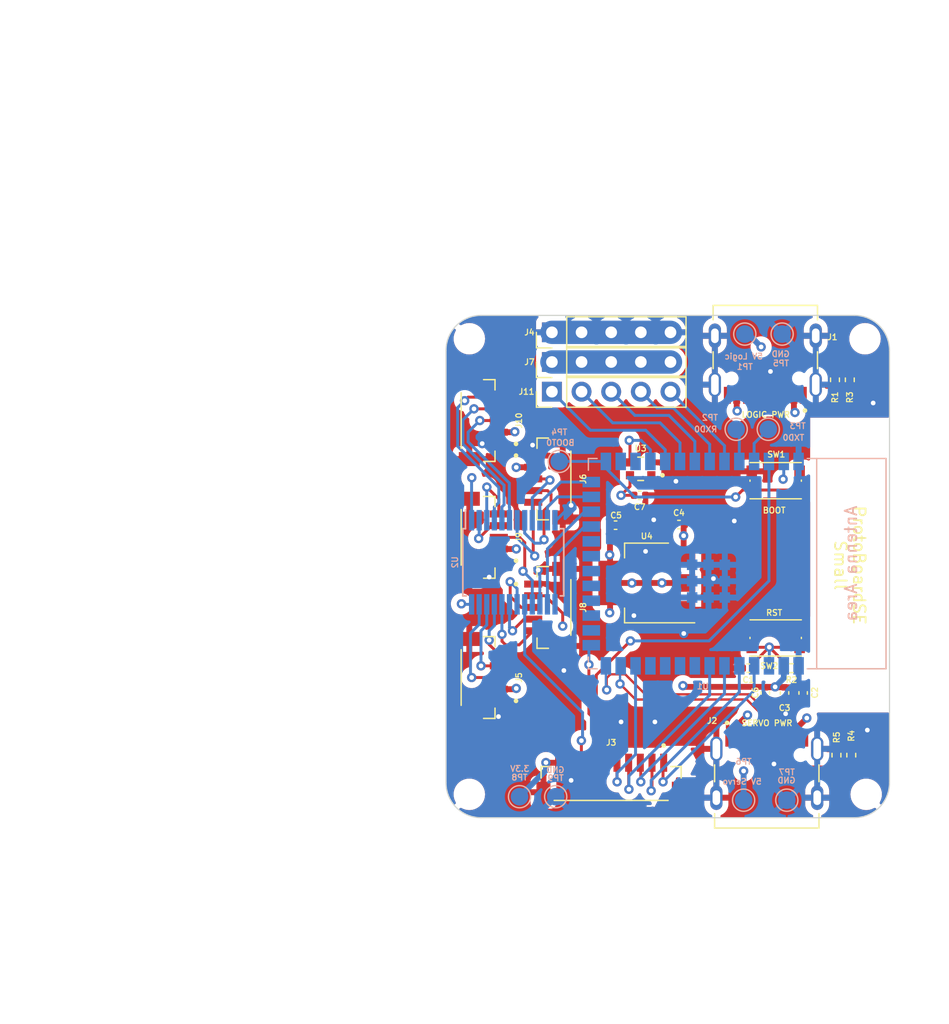
<source format=kicad_pcb>
(kicad_pcb (version 20221018) (generator pcbnew)
  (layers (0 "F.Cu" signal) (1 "In1.Cu" signal) (2 "In2.Cu" signal) (31 "B.Cu" signal) (34 "B.Paste" user) (35 "F.Paste" user) (36 "B.SilkS" user "B.Silkscreen") (37 "F.SilkS" user "F.Silkscreen") (38 "B.Mask" user) (39 "F.Mask" user) (44 "Edge.Cuts" user))
  (net 0 "")
  (net 1 "GND")
  (net 2 "/EN")
  (net 3 "+3V3")
  (net 4 "/VBUS0")
  (net 5 "/USB0_DP")
  (net 6 "/USB0_DN")
  (net 7 "Net-(J1-CC1)")
  (net 9 "Net-(J1-CC2)")
  (net 11 "/VBUS1")
  (net 12 "/USB1_DP")
  (net 13 "/USB1_DN")
  (net 14 "Net-(J2-CC1)")
  (net 16 "Net-(J2-CC2)")
  (net 18 "/ButA")
  (net 19 "/Menu")
  (net 20 "/ButB")
  (net 21 "/ButC")
  (net 22 "/ButJ")
  (net 23 "/JoyY")
  (net 24 "/JoyX")
  (net 25 "/CH1")
  (net 26 "/CH2")
  (net 27 "/CH3")
  (net 28 "/CH4")
  (net 29 "/CH5")
  (net 30 "/CH6")
  (net 31 "/CH7")
  (net 32 "/CH8")
  (net 33 "/CH9")
  (net 34 "/CH10")
  (net 35 "/Servo1")
  (net 36 "/Servo2")
  (net 37 "/Servo3")
  (net 38 "/Servo4")
  (net 39 "/Servo5")
  (net 40 "/RXD0")
  (net 41 "/TXD0")
  (net 42 "/BOOT0")
  (net 43 "/COM1")
  (net 44 "/SEL3")
  (net 45 "/SEL4")
  (net 46 "/SEL2")
  (net 47 "/SEL1")
  (net 52 "/CH16")
  (net 53 "/CH15")
  (net 54 "/CH14")
  (net 55 "/CH13")
  (net 56 "/CH12")
  (net 57 "/CH11")
  (net 68 "/RGB")
  (footprint "MountingHole:MountingHole_2.2mm_M2" (layer "F.Cu") (at 172 84)
    (fp_text reference "H3" hide)
    (fp_text value "MH")
  )
  (footprint "Capacitor_SMD:C_0402_1005Metric" (layer "F.Cu") (at 199.008 75.32 -90)
    (fp_text reference "C3")
    (fp_text value "0.1uF")
  )
  (footprint "Capacitor_SMD:C_0402_1005Metric" (layer "F.Cu") (at 195.9 73.2)
    (fp_text reference "C1")
    (fp_text value "0.1uF")
  )
  (footprint "Package_TO_SOT_SMD:SOT-223-3_TabPin2" (layer "F.Cu") (at 187.21 65.905 180)
    (fp_text reference "U4")
    (fp_text value "NCP1117-3.3_SOT223")
  )
  (footprint "footprint:LED_WS2812-2020" (layer "F.Cu") (at 186.679 56.134)
    (fp_text reference "U3")
    (fp_text value "WS2812-2020")
  )
  (footprint "footprint:HRO_TYPE-C-31-M-12" (layer "F.Cu") (at 197.358 44.7465 180)
    (fp_text reference "J1")
    (fp_text value "TYPE-C-31-M-12")
  )
  (footprint "footprint:JST_BM05B-SRSS-TB_LF__SN_" (layer "F.Cu") (at 172 52 90)
    (fp_text reference "J10")
    (fp_text value "BM05B-SRSS-TB_LF__SN_")
  )
  (footprint "Capacitor_SMD:C_0402_1005Metric" (layer "F.Cu") (at 186.6 58.4)
    (fp_text reference "C7")
    (fp_text value "0.1uF")
  )
  (footprint "Button_Switch_SMD:SW_Push_1P1T_NO_CK_KMR2" (layer "F.Cu") (at 198.247 57.15)
    (fp_text reference "SW1")
    (fp_text value "SW_Push")
  )
  (footprint "Connector_PinHeader_2.54mm:PinHeader_1x05_P2.54mm_Vertical" (layer "F.Cu") (at 179.075 46.99 90)
    (fp_text reference "J7")
    (fp_text value "Conn_01x05_Female")
  )
  (footprint "MountingHole:MountingHole_2.2mm_M2" (layer "F.Cu") (at 206 84)
    (fp_text reference "H2" hide)
    (fp_text value "MH")
  )
  (footprint "footprint:JST_BM05B-SRSS-TB_LF__SN_" (layer "F.Cu") (at 172 74 90)
    (fp_text reference "J5")
    (fp_text value "BM05B-SRSS-TB_LF__SN_")
  )
  (footprint "Connector_PinHeader_2.54mm:PinHeader_1x05_P2.54mm_Vertical" (layer "F.Cu") (at 179.075 49.53 90)
    (fp_text reference "J11")
    (fp_text value "Conn_01x05_Female")
  )
  (footprint "footprint:JST_BM10B-SRSS-TB_LF__SN_" (layer "F.Cu") (at 184.15 83.82 180)
    (fp_text reference "J3")
    (fp_text value "BM10B-SRSS-TB_LF__SN_")
  )
  (footprint "Resistor_SMD:R_0402_1005Metric" (layer "F.Cu") (at 203.327 48.514 90)
    (fp_text reference "R1")
    (fp_text value "5K1")
  )
  (footprint "footprint:JST_BM05B-SRSS-TB_LF__SN_" (layer "F.Cu") (at 172 62 90)
    (fp_text reference "J9")
    (fp_text value "BM05B-SRSS-TB_LF__SN_")
  )
  (footprint "Resistor_SMD:R_0402_1005Metric" (layer "F.Cu") (at 199.6 73.2 180)
    (fp_text reference "R2")
    (fp_text value "10K")
  )
  (footprint "Capacitor_SMD:C_0402_1005Metric" (layer "F.Cu") (at 189.96 60.905 180)
    (fp_text reference "C4")
    (fp_text value "10uF")
  )
  (footprint "Button_Switch_SMD:SW_Push_1P1T_NO_CK_KMR2" (layer "F.Cu") (at 198.247 70.612)
    (fp_text reference "SW2")
    (fp_text value "SW_Push")
  )
  (footprint "footprint:HRO_TYPE-C-31-M-12" (layer "F.Cu") (at 197.485 84.2855)
    (fp_text reference "J2")
    (fp_text value "TYPE-C-31-M-12")
  )
  (footprint "MountingHole:MountingHole_2.2mm_M2" (layer "F.Cu") (at 205.9 45)
    (fp_text reference "H1" hide)
    (fp_text value "MH")
  )
  (footprint "Resistor_SMD:R_0402_1005Metric" (layer "F.Cu") (at 203.454 80.645 90)
    (fp_text reference "R5")
    (fp_text value "5K1")
  )
  (footprint "footprint:JST_BM05B-SRSS-TB_LF__SN_" (layer "F.Cu") (at 180 57 -90)
    (fp_text reference "J6")
    (fp_text value "BM05B-SRSS-TB_LF__SN_")
  )
  (footprint "Resistor_SMD:R_0402_1005Metric" (layer "F.Cu") (at 204.724 80.645 -90)
    (fp_text reference "R4")
    (fp_text value "5K1")
  )
  (footprint "Connector_PinHeader_2.54mm:PinHeader_1x05_P2.54mm_Vertical" (layer "F.Cu") (at 179.075 44.45 90)
    (fp_text reference "J4")
    (fp_text value "Conn_01x05_Female")
  )
  (footprint "MountingHole:MountingHole_2.2mm_M2" (layer "F.Cu") (at 172 45)
    (fp_text reference "H4" hide)
    (fp_text value "MH")
  )
  (footprint "footprint:JST_BM05B-SRSS-TB_LF__SN_" (layer "F.Cu") (at 180 68 -90)
    (fp_text reference "J8")
    (fp_text value "BM05B-SRSS-TB_LF__SN_")
  )
  (footprint "Resistor_SMD:R_0402_1005Metric" (layer "F.Cu") (at 204.597 48.514 -90)
    (fp_text reference "R3")
    (fp_text value "5K1")
  )
  (footprint "Capacitor_SMD:C_0402_1005Metric" (layer "F.Cu") (at 197.357 75.316 -90)
    (fp_text reference "C6")
    (fp_text value "0.1uF")
  )
  (footprint "Capacitor_SMD:C_0402_1005Metric" (layer "F.Cu") (at 200.6 75.32 -90)
    (fp_text reference "C2")
    (fp_text value "22uF")
  )
  (footprint "Capacitor_SMD:C_0402_1005Metric" (layer "F.Cu") (at 184.531 60.96)
    (fp_text reference "C5")
    (fp_text value "10uF")
  )
  (footprint "TestPoint:TestPoint_Pad_D1.5mm" (layer "B.Cu") (at 179.705 55.499 180)
    (fp_text reference "TP4")
    (fp_text value "TestPoint")
  )
  (footprint "TestPoint:TestPoint_Pad_D1.5mm" (layer "B.Cu") (at 195.6 44.6 180)
    (fp_text reference "TP1")
    (fp_text value "TestPoint")
  )
  (footprint "TestPoint:TestPoint_Pad_D1.5mm" (layer "B.Cu") (at 179.4 84.2 180)
    (fp_text reference "TP9")
    (fp_text value "TestPoint")
  )
  (footprint "Package_SO:SSOP-24_5.3x8.2mm_P0.65mm" (layer "B.Cu") (at 175.768 64.135 -90)
    (fp_text reference "U2")
    (fp_text value "CD74HC4067SM")
  )
  (footprint "TestPoint:TestPoint_Pad_D1.5mm" (layer "B.Cu") (at 195.5 84.5 180)
    (fp_text reference "TP6")
    (fp_text value "TestPoint")
  )
  (footprint "TestPoint:TestPoint_Pad_D1.5mm" (layer "B.Cu") (at 197.612 52.75 180)
    (fp_text reference "TP3")
    (fp_text value "TestPoint")
  )
  (footprint "TestPoint:TestPoint_Pad_D1.5mm" (layer "B.Cu") (at 194.862 52.75 180)
    (fp_text reference "TP2")
    (fp_text value "TestPoint")
  )
  (footprint "TestPoint:TestPoint_Pad_D1.5mm" (layer "B.Cu") (at 199.2 84.5 180)
    (fp_text reference "TP7")
    (fp_text value "TestPoint")
  )
  (footprint "Espressif:ESP32-S3-WROOM-1" (layer "B.Cu") (at 191.95 64.25 90)
    (fp_text reference "U1")
    (fp_text value "ESP32-S3-WROOM-1")
  )
  (footprint "TestPoint:TestPoint_Pad_D1.5mm" (layer "B.Cu") (at 198.8 44.6 180)
    (fp_text reference "TP5")
    (fp_text value "TestPoint")
  )
  (footprint "TestPoint:TestPoint_Pad_D1.5mm" (layer "B.Cu") (at 176.3 84.2 180)
    (fp_text reference "TP8")
    (fp_text value "TestPoint")
  )
  (gr_line (start 173 86) (end 205 86) (stroke (width 0.1)) (layer "Edge.Cuts"))
  (gr_line (start 205 43) (end 173 43) (stroke (width 0.1)) (layer "Edge.Cuts"))
  (gr_arc (start 208 83) (mid 207.12132 85.12132) (end 205 86) (stroke (width 0.1)) (layer "Edge.Cuts"))
  (gr_arc (start 173 86) (mid 170.87868 85.12132) (end 170 83) (stroke (width 0.1)) (layer "Edge.Cuts"))
  (gr_arc (start 170 46) (mid 170.87868 43.87868) (end 173 43) (stroke (width 0.1)) (layer "Edge.Cuts"))
  (gr_arc (start 205 43) (mid 207.12132 43.87868) (end 208 46) (stroke (width 0.1)) (layer "Edge.Cuts"))
  (gr_line (start 208 83) (end 208 46) (stroke (width 0.1)) (layer "Edge.Cuts"))
  (gr_line (start 170 46) (end 170 83) (stroke (width 0.1)) (layer "Edge.Cuts"))
  (gr_text "BOOT0" (at 179.8 53.9) (layer "B.SilkS") (effects (font (size 0.5 0.5) (thickness 0.1)) (justify mirror)))
  (gr_text "GND" (at 199.5 46.6) (layer "B.SilkS") (effects (font (size 0.5 0.5) (thickness 0.1) bold) (justify left bottom mirror)))
  (gr_text "5V Servo" (at 197.1 83.2) (layer "B.SilkS") (effects (font (size 0.5 0.5) (thickness 0.1) bold) (justify left bottom mirror)))
  (gr_text "TXD0" (at 199.771 53.467) (layer "B.SilkS") (effects (font (size 0.5 0.5) (thickness 0.1)) (justify mirror)))
  (gr_text "RXD0" (at 192.25 52.75) (layer "B.SilkS") (effects (font (size 0.5 0.5) (thickness 0.1)) (justify mirror)))
  (gr_text "5V Logic" (at 197.2 46.8) (layer "B.SilkS") (effects (font (size 0.5 0.5) (thickness 0.1) bold) (justify left bottom mirror)))
  (gr_text "GND" (at 180.2 82.2) (layer "B.SilkS") (effects (font (size 0.5 0.5) (thickness 0.1) bold) (justify left bottom mirror)))
  (gr_text "GND" (at 200 83.1) (layer "B.SilkS") (effects (font (size 0.5 0.5) (thickness 0.1) bold) (justify left bottom mirror)))
  (gr_text "3.3V" (at 177.2 82.1) (layer "B.SilkS") (effects (font (size 0.5 0.5) (thickness 0.1) bold) (justify left bottom mirror)))
  (gr_text "BOOT" (at 198.12 59.69) (layer "F.SilkS") (effects (font (size 0.5 0.5) (thickness 0.1))))
  (gr_text "LOGIC PWR" (at 197.4 51.5) (layer "F.SilkS") (effects (font (size 0.5 0.5) (thickness 0.1) bold)))
  (gr_text "ProtoBoardSE\nSmall" (at 204.597 64.389 270) (layer "F.SilkS") (effects (font (size 1 1))))
  (gr_text "RST" (at 198.12 68.453) (layer "F.SilkS") (effects (font (size 0.5 0.5) (thickness 0.1))))
  (gr_text "SERVO PWR" (at 197.5 77.9) (layer "F.SilkS") (effects (font (size 0.5 0.5) (thickness 0.1) bold)))
  (segment (start 177.475 54.158) (end 177.419 54.102) (width 0.25) (layer "F.Cu") (net 1))
  (segment (start 173.126 54) (end 173.101 53.975) (width 0.25) (layer "F.Cu") (net 1))
  (segment (start 174.525 77.316) (end 174.498 77.343) (width 0.25) (layer "F.Cu") (net 1))
  (segment (start 174.525 76) (end 174.525 77.316) (width 0.25) (layer "F.Cu") (net 1))
  (segment (start 190.36 70.218) (end 190.373 70.231) (width 0.25) (layer "F.Cu") (net 1))
  (segment (start 180.721 59.579) (end 180 60.3) (width 0.25) (layer "F.Cu") (net 1))
  (segment (start 180.721 59.2595) (end 180.721 59.579) (width 0.25) (layer "F.Cu") (net 1))
  (segment (start 188.194 55.584) (end 189.7 57.09) (width 0.25) (layer "F.Cu") (net 1))
  (segment (start 174.525 54) (end 173.126 54) (width 0.25) (layer "F.Cu") (net 1))
  (segment (start 190.36 68.205) (end 190.36 70.218) (width 0.25) (layer "F.Cu") (net 1))
  (segment (start 187.594 55.584) (end 188.194 55.584) (width 0.25) (layer "F.Cu") (net 1))
  (segment (start 189.7 57.09) (end 189.7 57.2) (width 0.25) (layer "F.Cu") (net 1))
  (segment (start 180.65 81.295) (end 180.65 82.733) (width 0.25) (layer "F.Cu") (net 1))
  (segment (start 192.96 65.579) (end 192.913 65.532) (width 0.25) (layer "F.Cu") (net 1))
  (segment (start 177.475 55) (end 177.475 54.158) (width 0.25) (layer "F.Cu") (net 1))
  (segment (start 180.65 82.733) (end 180.721 82.804) (width 0.25) (layer "F.Cu") (net 1))
  (via (at 187.8 60.5) (size 0.8) (drill 0.4) (layers "F.Cu" "B.Cu") (net 1))
  (via (at 186.1 68.7) (size 0.8) (drill 0.4) (layers "F.Cu" "B.Cu") (net 1))
  (via (at 198.1 81.4) (size 0.8) (drill 0.4) (layers "F.Cu" "B.Cu") (net 1))
  (via (at 177.9 64.8) (size 0.8) (drill 0.4) (layers "F.Cu" "B.Cu") (net 1))
  (via (at 194.7 60.6) (size 0.8) (drill 0.4) (layers "F.Cu" "B.Cu") (net 1))
  (via (at 206.1 78.5) (size 0.8) (drill 0.4) (layers "F.Cu" "B.Cu") (net 1))
  (via (at 197.8 47.8) (size 0.8) (drill 0.4) (layers "F.Cu" "B.Cu") (net 1))
  (via (at 187.1 63.2) (size 0.8) (drill 0.4) (layers "F.Cu" "B.Cu") (net 1))
  (via (at 177.419 54.102) (size 0.8) (drill 0.4) (layers "F.Cu" "B.Cu") (net 1))
  (via (at 192.913 65.532) (size 0.8) (drill 0.4) (layers "F.Cu" "B.Cu") (net 1))
  (via (at 206.6 50.5) (size 0.8) (drill 0.4) (layers "F.Cu" "B.Cu") (net 1))
  (via (at 199.1 77.1) (size 0.8) (drill 0.4) (layers "F.Cu" "B.Cu") (net 1))
  (via (at 180.721 82.804) (size 0.8) (drill 0.4) (layers "F.Cu" "B.Cu") (net 1))
  (via (at 190.373 70.231) (size 0.8) (drill 0.4) (layers "F.Cu" "B.Cu") (net 1))
  (via (at 174.498 77.343) (size 0.8) (drill 0.4) (layers "F.Cu" "B.Cu") (net 1))
  (via (at 180.721 59.2595) (size 0.8) (drill 0.4) (layers "F.Cu" "B.Cu") (net 1))
  (via (at 180.1 73.4) (size 0.8) (drill 0.4) (layers "F.Cu" "B.Cu") (net 1))
  (via (at 173.7 65.4) (size 0.8) (drill 0.4) (layers "F.Cu" "B.Cu") (net 1))
  (via (at 189.7 57.2) (size 0.8) (drill 0.4) (layers "F.Cu" "B.Cu") (net 1))
  (via (at 185 77.8) (size 0.8) (drill 0.4) (layers "F.Cu" "B.Cu") (net 1))
  (via (at 187.9 77.8) (size 0.8) (drill 0.4) (layers "F.Cu" "B.Cu") (net 1))
  (via (at 173.101 53.975) (size 0.8) (drill 0.4) (layers "F.Cu" "B.Cu") (net 1))
  (segment (start 189.235 44.45) (end 179.075 44.45) (width 2) (layer "B.Cu") (net 1))
  (segment (start 179.4455 60.535) (end 180.721 59.2595) (width 0.25) (layer "B.Cu") (net 1))
  (segment (start 178.043 64.943) (end 177.9 64.8) (width 0.25) (layer "B.Cu") (net 1))
  (segment (start 178.043 67.735) (end 178.043 64.943) (width 0.25) (layer "B.Cu") (net 1))
  (segment (start 179.343 60.535) (end 179.4455 60.535) (width 0.25) (layer "B.Cu") (net 1))
  (segment (start 199.09 72.79) (end 199.09 73.2) (width 0.25) (layer "F.Cu") (net 2))
  (segment (start 196.197 71.412) (end 197.688 71.412) (width 0.25) (layer "F.Cu") (net 2))
  (segment (start 197.7 71.4) (end 197.712 71.412) (width 0.25) (layer "F.Cu") (net 2))
  (segment (start 196.38 72.72) (end 196.38 73.2) (width 0.25) (layer "F.Cu") (net 2))
  (segment (start 197.7 71.4) (end 199.09 72.79) (width 0.25) (layer "F.Cu") (net 2))
  (segment (start 197.688 71.412) (end 197.7 71.4) (width 0.25) (layer "F.Cu") (net 2))
  (segment (start 197.7 71.4) (end 196.38 72.72) (width 0.25) (layer "F.Cu") (net 2))
  (segment (start 197.712 71.412) (end 200.297 71.412) (width 0.25) (layer "F.Cu") (net 2))
  (via (at 197.7 71.4) (size 0.8) (drill 0.4) (layers "F.Cu" "B.Cu") (net 2))
  (segment (start 197.7 71.4) (end 197.7 72.97) (width 0.25) (layer "B.Cu") (net 2))
  (segment (start 197.7 72.97) (end 197.67 73) (width 0.25) (layer "B.Cu") (net 2))
  (segment (start 200.596 74.836) (end 200.6 74.84) (width 0.25) (layer "F.Cu") (net 3))
  (segment (start 174.525 63) (end 176.014 63) (width 0.5) (layer "F.Cu") (net 3))
  (segment (start 174.525 53) (end 175.854 53) (width 0.5) (layer "F.Cu") (net 3))
  (segment (start 184.06 65.905) (end 185.92 65.905) (width 0.5) (layer "F.Cu") (net 3))
  (segment (start 177.475 67) (end 178.5 67) (width 0.25) (layer "F.Cu") (net 3))
  (segment (start 199.836 74.836) (end 200.596 74.836) (width 0.5) (layer "F.Cu") (net 3))
  (segment (start 176.029 56) (end 176.022 56.007) (width 0.25) (layer "F.Cu") (net 3))
  (segment (start 199.8 74.8) (end 199.836 74.836) (width 0.5) (layer "F.Cu") (net 3))
  (segment (start 178.577 81.295) (end 178.562 81.28) (width 0.25) (layer "F.Cu") (net 3))
  (segment (start 185.936 65.905) (end 185.928 65.913) (width 0.25) (layer "F.Cu") (net 3))
  (segment (start 197.357 74.836) (end 198.164 74.836) (width 0.5) (layer "F.Cu") (net 3))
  (segment (start 184.051 63.472) (end 184.023 63.5) (width 0.25) (layer "F.Cu") (net 3))
  (segment (start 184.06 65.905) (end 184.06 63.537) (width 0.5) (layer "F.Cu") (net 3))
  (segment (start 184.06 63.537) (end 184.023 63.5) (width 0.25) (layer "F.Cu") (net 3))
  (segment (start 178.5 67) (end 180 68.5) (width 0.25) (layer "F.Cu") (net 3))
  (segment (start 198.236 74.836) (end 199.764 74.836) (width 0.5) (layer "F.Cu") (net 3))
  (segment (start 199.764 74.836) (end 199.8 74.8) (width 0.5) (layer "F.Cu") (net 3))
  (segment (start 179.65 81.295) (end 178.577 81.295) (width 0.5) (layer "F.Cu") (net 3))
  (segment (start 176.014 63) (end 176.022 62.992) (width 0.25) (layer "F.Cu") (net 3))
  (segment (start 175.952 75) (end 176.022 74.93) (width 0.25) (layer "F.Cu") (net 3))
  (segment (start 200.11 74.49) (end 199.8 74.8) (width 0.25) (layer "F.Cu") (net 3))
  (segment (start 177.475 56) (end 176.029 56) (width 0.5) (layer "F.Cu") (net 3))
  (segment (start 185 58.4) (end 184.99819 58.40181) (width 0.25) (layer "F.Cu") (net 3))
  (segment (start 198.2 74.8) (end 190.4 74.8) (width 0.5) (layer "F.Cu") (net 3))
  (segment (start 185.764 57.636) (end 184.99819 58.40181) (width 0.25) (layer "F.Cu") (net 3))
  (segment (start 184.051 60.96) (end 184.051 63.472) (width 0.5) (layer "F.Cu") (net 3))
  (segment (start 175.854 53) (end 175.895 52.959) (width 0.25) (layer "F.Cu") (net 3))
  (segment (start 188.5 65.9) (end 188.495 65.905) (width 0.5) (layer "F.Cu") (net 3))
  (segment (start 185.764 56.684) (end 185.764 57.636) (width 0.25) (layer "F.Cu") (net 3))
  (segment (start 198.2 74.8) (end 198.236 74.836) (width 0.5) (layer "F.Cu") (net 3))
  (segment (start 180 68.5) (end 180 69.6) (width 0.25) (layer "F.Cu") (net 3))
  (segment (start 184.06 65.905) (end 184.06 68.416) (width 0.5) (layer "F.Cu") (net 3))
  (segment (start 188.495 65.905) (end 185.936 65.905) (width 0.5) (layer "F.Cu") (net 3))
  (segment (start 186.12 58.4) (end 185 58.4) (width 0.25) (layer "F.Cu") (net 3))
  (segment (start 190.4 74.8) (end 190.3 74.7) (width 0.5) (layer "F.Cu") (net 3))
  (segment (start 198.164 74.836) (end 198.2 74.8) (width 0.5) (layer "F.Cu") (net 3))
  (segment (start 190.36 65.905) (end 188.505 65.905) (width 0.5) (layer "F.Cu") (net 3))
  (segment (start 188.505 65.905) (end 188.5 65.9) (width 0.5) (layer "F.Cu") (net 3))
  (segment (start 200.11 73.2) (end 200.11 74.49) (width 0.25) (layer "F.Cu") (net 3))
  (segment (start 185.92 65.905) (end 185.928 65.913) (width 0.25) (layer "F.Cu") (net 3))
  (segment (start 184.06 68.416) (end 184.023 68.453) (width 0.25) (layer "F.Cu") (net 3))
  (segment (start 174.525 75) (end 175.952 75) (width 0.5) (layer "F.Cu") (net 3))
  (via (at 176.022 62.992) (size 0.8) (drill 0.4) (layers "F.Cu" "B.Cu") (net 3))
  (via (at 176.022 56.007) (size 0.8) (drill 0.4) (layers "F.Cu" "B.Cu") (net 3))
  (via (at 178.562 81.28) (size 0.8) (drill 0.4) (layers "F.Cu" "B.Cu") (net 3))
  (via (at 184.023 63.5) (size 0.8) (drill 0.4) (layers "F.Cu" "B.Cu") (net 3))
  (via (at 180 69.6) (size 0.8) (drill 0.4) (layers "F.Cu" "B.Cu") (net 3))
  (via (at 176.022 74.93) (size 0.8) (drill 0.4) (layers "F.Cu" "B.Cu") (net 3))
  (via (at 198.2 74.8) (size 0.8) (drill 0.4) (layers "F.Cu" "B.Cu") (net 3))
  (via (at 171.323 67.691) (size 0.8) (drill 0.4) (layers "F.Cu" "B.Cu") (net 3))
  (via (at 184.023 68.453) (size 0.8) (drill 0.4) (layers "F.Cu" "B.Cu") (net 3))
  (via (at 185.928 65.913) (size 0.8) (drill 0.4) (layers "F.Cu" "B.Cu") (net 3))
  (via (at 184.99819 58.40181) (size 0.8) (drill 0.4) (layers "F.Cu" "B.Cu") (net 3))
  (via (at 190.3 74.7) (size 0.8) (drill 0.4) (layers "F.Cu" "B.Cu") (net 3))
  (via (at 188.5 65.9) (size 0.8) (drill 0.4) (layers "F.Cu" "B.Cu") (net 3))
  (via (at 175.895 52.959) (size 0.8) (drill 0.4) (layers "F.Cu" "B.Cu") (net 3))
  (segment (start 172.193 67.735) (end 171.367 67.735) (width 0.25) (layer "B.Cu") (net 3))
  (segment (start 198.882 73.058) (end 198.94 73) (width 0.25) (layer "B.Cu") (net 3))
  (segment (start 198.94 73) (end 198.94 73.94) (width 0.5) (layer "B.Cu") (net 3))
  (segment (start 171.367 67.735) (end 171.323 67.691) (width 0.25) (layer "B.Cu") (net 3))
  (segment (start 198.94 73) (end 198.94 74.06) (width 0.25) (layer "B.Cu") (net 3))
  (segment (start 176.3 84.2) (end 178.562 81.938) (width 0.5) (layer "B.Cu") (net 3))
  (segment (start 178.562 81.938) (end 178.562 81.28) (width 0.5) (layer "B.Cu") (net 3))
  (segment (start 198.94 74.06) (end 198.2 74.8) (width 0.5) (layer "B.Cu") (net 3))
  (segment (start 199.808 49.8415) (end 199.808 51.218) (width 0.5) (layer "F.Cu") (net 4))
  (segment (start 194.908 51.144) (end 194.945 51.181) (width 0.25) (layer "F.Cu") (net 4))
  (segment (start 194.908 49.8415) (end 194.908 51.144) (width 0.5) (layer "F.Cu") (net 4))
  (segment (start 199.808 51.218) (end 199.898 51.308) (width 0.25) (layer "F.Cu") (net 4))
  (via (at 197 45.7) (size 0.8) (drill 0.4) (layers "F.Cu" "B.Cu") (net 4))
  (via (at 199.898 51.308) (size 0.8) (drill 0.4) (layers "F.Cu" "B.Cu") (net 4))
  (via (at 194.945 51.181) (size 0.8) (drill 0.4) (layers "F.Cu" "B.Cu") (net 4))
  (segment (start 195.9 44.6) (end 197 45.7) (width 0.5) (layer "B.Cu") (net 4))
  (segment (start 179.075 46.99) (end 189.235 46.99) (width 2) (layer "B.Cu") (net 4))
  (segment (start 195.6 44.6) (end 195.9 44.6) (width 0.5) (layer "B.Cu") (net 4))
  (segment (start 196.608 49.8415) (end 196.608 48.867478) (width 0.2) (layer "F.Cu") (net 5))
  (segment (start 196.608 48.867478) (end 196.834478 48.641) (width 0.2) (layer "F.Cu") (net 5))
  (segment (start 196.834478 48.641) (end 197.381522 48.641) (width 0.2) (layer "F.Cu") (net 5))
  (segment (start 197.608 48.867478) (end 197.608 49.8415) (width 0.2) (layer "F.Cu") (net 5))
  (segment (start 197.381522 48.641) (end 197.608 48.867478) (width 0.2) (layer "F.Cu") (net 5))
  (segment (start 197.108 50.815522) (end 197.346478 51.054) (width 0.2) (layer "F.Cu") (net 6))
  (segment (start 197.739 51.054) (end 198.108 50.685) (width 0.2) (layer "F.Cu") (net 6))
  (segment (start 197.108 49.8415) (end 197.108 50.815522) (width 0.2) (layer "F.Cu") (net 6))
  (segment (start 197.346478 51.054) (end 197.739 51.054) (width 0.2) (layer "F.Cu") (net 6))
  (segment (start 198.108 50.685) (end 198.108 49.8415) (width 0.2) (layer "F.Cu") (net 6))
  (segment (start 202.565 46.99) (end 199.644 46.99) (width 0.25) (layer "F.Cu") (net 7))
  (segment (start 198.608 48.026) (end 198.608 49.8415) (width 0.25) (layer "F.Cu") (net 7))
  (segment (start 203.327 48.004) (end 203.327 47.752) (width 0.25) (layer "F.Cu") (net 7))
  (segment (start 203.327 47.752) (end 202.565 46.99) (width 0.25) (layer "F.Cu") (net 7))
  (segment (start 199.644 46.99) (end 198.608 48.026) (width 0.25) (layer "F.Cu") (net 7))
  (segment (start 195.608 48.817478) (end 197.943478 46.482) (width 0.25) (layer "F.Cu") (net 9))
  (segment (start 203.075 46.482) (end 204.597 48.004) (width 0.25) (layer "F.Cu") (net 9))
  (segment (start 197.943478 46.482) (end 203.075 46.482) (width 0.25) (layer "F.Cu") (net 9))
  (segment (start 195.608 49.8415) (end 195.608 48.817478) (width 0.25) (layer "F.Cu") (net 9))
  (segment (start 199.935 78.449) (end 200.914 77.47) (width 0.5) (layer "F.Cu") (net 11))
  (segment (start 195.035 78.015) (end 195.834 77.216) (width 0.5) (layer "F.Cu") (net 11))
  (segment (start 190.36 61.862) (end 190.36 60.985) (width 0.5) (layer "F.Cu") (net 11))
  (segment (start 190.36 63.605) (end 190.36 61.862) (width 0.5) (layer "F.Cu") (net 11))
  (segment (start 190.36 60.985) (end 190.44 60.905) (width 0.25) (layer "F.Cu") (net 11))
  (segment (start 199.935 79.1905) (end 199.935 78.449) (width 0.5) (layer "F.Cu") (net 11))
  (segment (start 195.035 79.1905) (end 195.035 78.015) (width 0.5) (layer "F.Cu") (net 11))
  (via (at 190.36 61.862) (size 0.8) (drill 0.4) (layers "F.Cu" "B.Cu") (net 11))
  (via (at 195.5 82) (size 0.8) (drill 0.4) (layers "F.Cu" "B.Cu") (net 11))
  (via (at 195.834 77.216) (size 0.8) (drill 0.4) (layers "F.Cu" "B.Cu") (net 11))
  (via (at 200.914 77.47) (size 0.8) (drill 0.4) (layers "F.Cu" "B.Cu") (net 11))
  (segment (start 195.5 84.5) (end 195.5 82) (width 0.5) (layer "B.Cu") (net 11))
  (segment (start 197.612 80.518) (end 197.993 80.518) (width 0.2) (layer "F.Cu") (net 12))
  (segment (start 185.3565 73.7235) (end 187.071 75.438) (width 0.2) (layer "F.Cu") (net 12))
  (segment (start 183.769 75.057) (end 183.769 74.041) (width 0.2) (layer "F.Cu") (net 12))
  (segment (start 197.993 80.518) (end 198.247 80.264) (width 0.2) (layer "F.Cu") (net 12))
  (segment (start 195.961 75.438) (end 198.235 77.712) (width 0.2) (layer "F.Cu") (net 12))
  (segment (start 198.247 80.264) (end 198.235 80.252) (width 0.2) (layer "F.Cu") (net 12))
  (segment (start 197.235 80.141) (end 197.612 80.518) (width 0.2) (layer "F.Cu") (net 12))
  (segment (start 197.235 79.1905) (end 197.235 80.141) (width 0.2) (layer "F.Cu") (net 12))
  (segment (start 198.235 80.252) (end 198.235 79.1905) (width 0.2) (layer "F.Cu") (net 12))
  (segment (start 198.235 77.712) (end 198.235 79.1905) (width 0.2) (layer "F.Cu") (net 12))
  (segment (start 187.071 75.438) (end 195.961 75.438) (width 0.2) (layer "F.Cu") (net 12))
  (segment (start 184.0865 73.7235) (end 185.3565 73.7235) (width 0.2) (layer "F.Cu") (net 12))
  (segment (start 183.769 74.041) (end 184.0865 73.7235) (width 0.2) (layer "F.Cu") (net 12))
  (via (at 183.769 75.057) (size 0.8) (drill 0.4) (layers "F.Cu" "B.Cu") (net 12))
  (segment (start 183.7 74.988) (end 183.7 73) (width 0.2) (layer "B.Cu") (net 12))
  (segment (start 183.769 75.057) (end 183.7 74.988) (width 0.2) (layer "B.Cu") (net 12))
  (segment (start 195.7705 75.8825) (end 186.2455 75.8825) (width 0.2) (layer "F.Cu") (net 13))
  (segment (start 196.735 78.347) (end 196.735 79.1905) (width 0.2) (layer "F.Cu") (net 13))
  (segment (start 197.735 78.216478) (end 197.369522 77.851) (width 0.2) (layer "F.Cu") (net 13))
  (segment (start 197.369522 77.851) (end 197.231 77.851) (width 0.2) (layer "F.Cu") (net 13))
  (segment (start 197.231 77.851) (end 196.735 78.347) (width 0.2) (layer "F.Cu") (net 13))
  (segment (start 197.231 77.343) (end 197.231 77.851) (width 0.2) (layer "F.Cu") (net 13))
  (segment (start 195.7705 75.8825) (end 197.231 77.343) (width 0.2) (layer "F.Cu") (net 13))
  (segment (start 186.2455 75.8825) (end 184.912 74.549) (width 0.2) (layer "F.Cu") (net 13))
  (segment (start 197.735 79.1905) (end 197.735 78.216478) (width 0.2) (layer "F.Cu") (net 13))
  (via (at 184.912 74.549) (size 0.8) (drill 0.4) (layers "F.Cu" "B.Cu") (net 13))
  (segment (start 184.912 73.058) (end 184.97 73) (width 0.2) (layer "B.Cu") (net 13))
  (segment (start 184.912 74.549) (end 184.912 73.058) (width 0.2) (layer "B.Cu") (net 13))
  (segment (start 204.724 81.155) (end 204.724 81.28) (width 0.25) (layer "F.Cu") (net 14))
  (segment (start 196.235 79.1905) (end 196.235 81.3) (width 0.25) (layer "F.Cu") (net 14))
  (segment (start 204.724 81.28) (end 203.454 82.55) (width 0.25) (layer "F.Cu") (net 14))
  (segment (start 197.485 82.55) (end 203.454 82.55) (width 0.25) (layer "F.Cu") (net 14))
  (segment (start 204.722 81.282) (end 204.724 81.282) (width 0.25) (layer "F.Cu") (net 14))
  (segment (start 196.235 81.3) (end 197.485 82.55) (width 0.25) (layer "F.Cu") (net 14))
  (segment (start 199.235 80.871) (end 199.235 79.1905) (width 0.25) (layer "F.Cu") (net 16))
  (segment (start 202.946 81.661) (end 200.025 81.661) (width 0.25) (layer "F.Cu") (net 16))
  (segment (start 203.454 81.155) (end 203.452 81.155) (width 0.25) (layer "F.Cu") (net 16))
  (segment (start 203.452 81.155) (end 202.946 81.661) (width 0.25) (layer "F.Cu") (net 16))
  (segment (start 200.025 81.661) (end 199.235 80.871) (width 0.25) (layer "F.Cu") (net 16))
  (segment (start 184.65 81.295) (end 184.65 82.923) (width 0.25) (layer "F.Cu") (net 18))
  (segment (start 184.65 82.923) (end 184.658 82.931) (width 0.25) (layer "F.Cu") (net 18))
  (via (at 184.658 82.931) (size 0.8) (drill 0.4) (layers "F.Cu" "B.Cu") (net 18))
  (segment (start 184.658 82.931) (end 184.658 82.169) (width 0.25) (layer "B.Cu") (net 18))
  (segment (start 184.658 82.169) (end 186.24 80.587) (width 0.25) (layer "B.Cu") (net 18))
  (segment (start 186.24 80.587) (end 186.24 73) (width 0.25) (layer "B.Cu") (net 18))
  (segment (start 185.65 83.542) (end 185.674 83.566) (width 0.25) (layer "F.Cu") (net 19))
  (segment (start 185.65 81.295) (end 185.65 83.542) (width 0.25) (layer "F.Cu") (net 19))
  (via (at 185.674 83.566) (size 0.8) (drill 0.4) (layers "F.Cu" "B.Cu") (net 19))
  (segment (start 185.674 82.423) (end 192.59 75.507) (width 0.25) (layer "B.Cu") (net 19))
  (segment (start 185.674 83.566) (end 185.674 82.423) (width 0.25) (layer "B.Cu") (net 19))
  (segment (start 192.59 75.507) (end 192.59 73) (width 0.25) (layer "B.Cu") (net 19))
  (segment (start 186.69 81.335) (end 186.65 81.295) (width 0.25) (layer "F.Cu") (net 20))
  (segment (start 186.69 82.931) (end 186.69 81.335) (width 0.25) (layer "F.Cu") (net 20))
  (via (at 186.69 82.931) (size 0.8) (drill 0.4) (layers "F.Cu" "B.Cu") (net 20))
  (segment (start 186.69 82.55) (end 193.86 75.38) (width 0.25) (layer "B.Cu") (net 20))
  (segment (start 193.86 75.38) (end 193.86 73) (width 0.25) (layer "B.Cu") (net 20))
  (segment (start 186.69 82.931) (end 186.69 82.55) (width 0.25) (layer "B.Cu") (net 20))
  (segment (start 187.65 81.295) (end 187.65 83.622) (width 0.25) (layer "F.Cu") (net 21))
  (segment (start 187.65 83.622) (end 187.579 83.693) (width 0.25) (layer "F.Cu") (net 21))
  (via (at 187.579 83.693) (size 0.8) (drill 0.4) (layers "F.Cu" "B.Cu") (net 21))
  (segment (start 195.13 75.253) (end 195.13 73) (width 0.25) (layer "B.Cu") (net 21))
  (segment (start 187.579 82.804) (end 195.13 75.253) (width 0.25) (layer "B.Cu") (net 21))
  (segment (start 187.579 83.693) (end 187.579 82.804) (width 0.25) (layer "B.Cu") (net 21))
  (segment (start 188.595 81.35) (end 188.65 81.295) (width 0.25) (layer "F.Cu") (net 22))
  (segment (start 188.595 82.931) (end 188.595 81.35) (width 0.25) (layer "F.Cu") (net 22))
  (via (at 188.595 82.931) (size 0.8) (drill 0.4) (layers "F.Cu" "B.Cu") (net 22))
  (segment (start 196.4 73) (end 196.4 75.126) (width 0.25) (layer "B.Cu") (net 22))
  (segment (start 196.4 75.126) (end 188.595 82.931) (width 0.25) (layer "B.Cu") (net 22))
  (segment (start 182.65 81.295) (end 182.65 77.494) (width 0.25) (layer "F.Cu") (net 23))
  (segment (start 182.65 77.494) (end 182.245 77.089) (width 0.25) (layer "F.Cu") (net 23))
  (segment (start 182.245 77.089) (end 182.245 72.898) (width 0.25) (layer "F.Cu") (net 23))
  (via (at 182.245 72.898) (size 0.8) (drill 0.4) (layers "F.Cu" "B.Cu") (net 23))
  (segment (start 182.245 71.44) (end 182.45 71.235) (width 0.25) (layer "B.Cu") (net 23))
  (segment (start 182.245 72.898) (end 182.245 71.44) (width 0.25) (layer "B.Cu") (net 23))
  (segment (start 182.88 73.787) (end 182.88 76.454) (width 0.25) (layer "F.Cu") (net 24))
  (segment (start 185.801 70.866) (end 182.88 73.787) (width 0.25) (layer "F.Cu") (net 24))
  (segment (start 182.88 76.454) (end 183.65 77.224) (width 0.25) (layer "F.Cu") (net 24))
  (segment (start 183.65 77.224) (end 183.65 81.295) (width 0.25) (layer "F.Cu") (net 24))
  (via (at 185.801 70.866) (size 0.8) (drill 0.4) (layers "F.Cu" "B.Cu") (net 24))
  (segment (start 192.532 70.866) (end 185.801 70.866) (width 0.25) (layer "B.Cu") (net 24))
  (segment (start 197.67 65.728) (end 194.818 68.58) (width 0.25) (layer "B.Cu") (net 24))
  (segment (start 194.818 68.58) (end 192.532 70.866) (width 0.25) (layer "B.Cu") (net 24))
  (segment (start 197.67 55.5) (end 197.67 65.728) (width 0.25) (layer "B.Cu") (net 24))
  (segment (start 177.475 57) (end 178.8 57) (width 0.25) (layer "F.Cu") (net 25))
  (segment (start 178.8 57) (end 178.9 57.1) (width 0.25) (layer "F.Cu") (net 25))
  (via (at 178.9 57.1) (size 0.8) (drill 0.4) (layers "F.Cu" "B.Cu") (net 25))
  (segment (start 178.9 57.1) (end 177.393 58.607) (width 0.25) (layer "B.Cu") (net 25))
  (segment (start 177.393 58.607) (end 177.393 60.535) (width 0.25) (layer "B.Cu") (net 25))
  (segment (start 178.7 58) (end 177.475 58) (width 0.25) (layer "F.Cu") (net 26))
  (segment (start 178.65 59.45) (end 178.4 59.7) (width 0.25) (layer "F.Cu") (net 26))
  (segment (start 179 59.1) (end 179 58.3) (width 0.25) (layer "F.Cu") (net 26))
  (segment (start 178.4 59.7) (end 178.4 62.2) (width 0.25) (layer "F.Cu") (net 26))
  (segment (start 179 58.3) (end 178.7 58) (width 0.25) (layer "F.Cu") (net 26))
  (segment (start 178.65 59.45) (end 179 59.1) (width 0.25) (layer "F.Cu") (net 26))
  (via (at 178.4 62.2) (size 0.8) (drill 0.4) (layers "F.Cu" "B.Cu") (net 26))
  (segment (start 176.743 61.643) (end 177.6 62.5) (width 0.25) (layer "B.Cu") (net 26))
  (segment (start 176.743 60.535) (end 176.743 61.643) (width 0.25) (layer "B.Cu") (net 26))
  (segment (start 178.1 62.5) (end 178.4 62.2) (width 0.25) (layer "B.Cu") (net 26))
  (segment (start 177.6 62.5) (end 178.1 62.5) (width 0.25) (layer "B.Cu") (net 26))
  (segment (start 177.475 59) (end 177.475 63.475) (width 0.25) (layer "F.Cu") (net 27))
  (segment (start 177.475 63.475) (end 177.6 63.6) (width 0.25) (layer "F.Cu") (net 27))
  (via (at 177.6 63.6) (size 0.8) (drill 0.4) (layers "F.Cu" "B.Cu") (net 27))
  (segment (start 177.6 63.544695) (end 177.6 63.6) (width 0.25) (layer "B.Cu") (net 27))
  (segment (start 176.093 62.037695) (end 177.6 63.544695) (width 0.25) (layer "B.Cu") (net 27))
  (segment (start 176.093 60.535) (end 176.093 62.037695) (width 0.25) (layer "B.Cu") (net 27))
  (segment (start 172.9 52) (end 174.525 52) (width 0.25) (layer "F.Cu") (net 28))
  (via (at 172.9 52) (size 0.8) (drill 0.4) (layers "F.Cu" "B.Cu") (net 28))
  (segment (start 171.9 53.827208) (end 175.425 57.352208) (width 0.25) (layer "B.Cu") (net 28))
  (segment (start 175.443 59.41) (end 175.443 60.535) (width 0.25) (layer "B.Cu") (net 28))
  (segment (start 172.9 52) (end 171.9 53) (width 0.25) (layer "B.Cu") (net 28))
  (segment (start 175.425 57.352208) (end 175.425 59.392) (width 0.25) (layer "B.Cu") (net 28))
  (segment (start 175.425 59.392) (end 175.443 59.41) (width 0.25) (layer "B.Cu") (net 28))
  (segment (start 171.9 53) (end 171.9 53.827208) (width 0.25) (layer "B.Cu") (net 28))
  (segment (start 172.4 51) (end 174.525 51) (width 0.25) (layer "F.Cu") (net 29))
  (via (at 172.4 51) (size 0.8) (drill 0.4) (layers "F.Cu" "B.Cu") (net 29))
  (segment (start 171.45 54.013604) (end 174.975 57.538604) (width 0.25) (layer "B.Cu") (net 29))
  (segment (start 171.45 51.95) (end 171.45 54.013604) (width 0.25) (layer "B.Cu") (net 29))
  (segment (start 174.975 59.214396) (end 174.793 59.396396) (width 0.25) (layer "B.Cu") (net 29))
  (segment (start 172.4 51) (end 171.45 51.95) (width 0.25) (layer "B.Cu") (net 29))
  (segment (start 174.975 57.538604) (end 174.975 59.214396) (width 0.25) (layer "B.Cu") (net 29))
  (segment (start 174.793 59.396396) (end 174.793 60.535) (width 0.25) (layer "B.Cu") (net 29))
  (segment (start 171.9 50) (end 174.525 50) (width 0.25) (layer "F.Cu") (net 30))
  (segment (start 171.6 50.3) (end 171.9 50) (width 0.25) (layer "F.Cu") (net 30))
  (via (at 171.6 50.3) (size 0.8) (drill 0.4) (layers "F.Cu" "B.Cu") (net 30))
  (segment (start 171.6 50.3) (end 171 50.9) (width 0.25) (layer "B.Cu") (net 30))
  (segment (start 171 50.9) (end 171 54.2) (width 0.25) (layer "B.Cu") (net 30))
  (segment (start 174.525 59.028) (end 174.143 59.41) (width 0.25) (layer "B.Cu") (net 30))
  (segment (start 174.143 59.41) (end 174.143 60.535) (width 0.25) (layer "B.Cu") (net 30))
  (segment (start 174.525 57.725) (end 174.525 59.028) (width 0.25) (layer "B.Cu") (net 30))
  (segment (start 171 54.2) (end 174.525 57.725) (width 0.25) (layer "B.Cu") (net 30))
  (segment (start 174.525 60) (end 174.525 58.725) (width 0.25) (layer "F.Cu") (net 31))
  (segment (start 174.525 58.725) (end 173.5 57.7) (width 0.25) (layer "F.Cu") (net 31))
  (via (at 173.5 57.7) (size 0.8) (drill 0.4) (layers "F.Cu" "B.Cu") (net 31))
  (segment (start 173.493 57.707) (end 173.5 57.7) (width 0.25) (layer "B.Cu") (net 31))
  (segment (start 173.493 60.535) (end 173.493 57.707) (width 0.25) (layer "B.Cu") (net 31))
  (segment (start 173.9 61) (end 172.8 62.1) (width 0.25) (layer "F.Cu") (net 32))
  (segment (start 174.525 61) (end 173.9 61) (width 0.25) (layer "F.Cu") (net 32))
  (via (at 172.8 62.1) (size 0.8) (drill 0.4) (layers "F.Cu" "B.Cu") (net 32))
  (segment (start 172.843 62.057) (end 172.8 62.1) (width 0.25) (layer "B.Cu") (net 32))
  (segment (start 172.843 60.535) (end 172.843 62.057) (width 0.25) (layer "B.Cu") (net 32))
  (segment (start 172.2 74) (end 174.525 74) (width 0.25) (layer "F.Cu") (net 33))
  (via (at 172.2 74) (size 0.8) (drill 0.4) (layers "F.Cu" "B.Cu") (net 33))
  (segment (start 172.1 73.9) (end 172.2 74) (width 0.25) (layer "B.Cu") (net 33))
  (segment (start 172.1 70.2) (end 172.1 73.9) (width 0.25) (layer "B.Cu") (net 33))
  (segment (start 172.843 69.457) (end 172.1 70.2) (width 0.25) (layer "B.Cu") (net 33))
  (segment (start 172.843 67.735) (end 172.843 69.457) (width 0.25) (layer "B.Cu") (net 33))
  (segment (start 174.525 73) (end 173 73) (width 0.25) (layer "F.Cu") (net 34))
  (via (at 173 73) (size 0.8) (drill 0.4) (layers "F.Cu" "B.Cu") (net 34))
  (segment (start 173 73) (end 173 70) (width 0.25) (layer "B.Cu") (net 34))
  (segment (start 173 70) (end 173.493 69.507) (width 0.25) (layer "B.Cu") (net 34))
  (segment (start 173.493 69.507) (end 173.493 67.735) (width 0.25) (layer "B.Cu") (net 34))
  (segment (start 189.235 49.53) (end 193.86 54.155) (width 0.25) (layer "B.Cu") (net 35))
  (segment (start 193.86 54.155) (end 193.86 55.5) (width 0.25) (layer "B.Cu") (net 35))
  (segment (start 192.59 54.033) (end 192.59 55.5) (width 0.25) (layer "B.Cu") (net 36))
  (segment (start 186.695 49.53) (end 188.092 50.927) (width 0.25) (layer "B.Cu") (net 36))
  (segment (start 188.092 50.927) (end 189.484 50.927) (width 0.25) (layer "B.Cu") (net 36))
  (segment (start 189.484 50.927) (end 192.59 54.033) (width 0.25) (layer "B.Cu") (net 36))
  (segment (start 186.187 51.562) (end 189.103 51.562) (width 0.25) (layer "B.Cu") (net 37))
  (segment (start 184.155 49.53) (end 186.187 51.562) (width 0.25) (layer "B.Cu") (net 37))
  (segment (start 191.32 53.779) (end 191.32 55.5) (width 0.25) (layer "B.Cu") (net 37))
  (segment (start 189.103 51.562) (end 191.32 53.779) (width 0.25) (layer "B.Cu") (net 37))
  (segment (start 184.282 52.197) (end 188.341 52.197) (width 0.25) (layer "B.Cu") (net 38))
  (segment (start 181.615 49.53) (end 184.282 52.197) (width 0.25) (layer "B.Cu") (net 38))
  (segment (start 190.05 53.906) (end 190.05 55.5) (width 0.25) (layer "B.Cu") (net 38))
  (segment (start 188.341 52.197) (end 190.05 53.906) (width 0.25) (layer "B.Cu") (net 38))
  (segment (start 188.78 54.5) (end 187.112 52.832) (width 0.25) (layer "B.Cu") (net 39))
  (segment (start 187.112 52.832) (end 182.377 52.832) (width 0.25) (layer "B.Cu") (net 39))
  (segment (start 182.377 52.832) (end 179.075 49.53) (width 0.25) (layer "B.Cu") (net 39))
  (segment (start 188.78 55.5) (end 188.78 54.5) (width 0.25) (layer "B.Cu") (net 39))
  (segment (start 195.13 53.018) (end 194.862 52.75) (width 0.25) (layer "B.Cu") (net 40))
  (segment (start 195.13 55.5) (end 195.13 53.018) (width 0.25) (layer "B.Cu") (net 40))
  (segment (start 196.4 55.5) (end 196.4 53.962) (width 0.25) (layer "B.Cu") (net 41))
  (segment (start 196.4 53.962) (end 197.612 52.75) (width 0.25) (layer "B.Cu") (net 41))
  (segment (start 196.197 57.95) (end 195.415 57.95) (width 0.25) (layer "F.Cu") (net 42))
  (segment (start 200.297 57.95) (end 196.197 57.95) (width 0.25) (layer "F.Cu") (net 42))
  (segment (start 195.415 57.95) (end 194.818 58.547) (width 0.25) (layer "F.Cu") (net 42))
  (via (at 194.818 58.547) (size 0.8) (drill 0.4) (layers "F.Cu" "B.Cu") (net 42))
  (segment (start 194.818 58.547) (end 186.167978 58.547) (width 0.25) (layer "B.Cu") (net 42))
  (segment (start 186.167978 58.547) (end 183.7 56.079022) (width 0.25) (layer "B.Cu") (net 42))
  (segment (start 179.706 55.5) (end 179.705 55.499) (width 0.25) (layer "B.Cu") (net 42))
  (segment (start 183.7 55.5) (end 179.706 55.5) (width 0.25) (layer "B.Cu") (net 42))
  (segment (start 183.7 56.079022) (end 183.7 55.5) (width 0.25) (layer "B.Cu") (net 42))
  (via (at 198.882 57.023) (size 0.8) (drill 0.4) (layers "F.Cu" "B.Cu") (net 43))
  (via (at 172.212 56.896) (size 0.8) (drill 0.4) (layers "F.Cu" "B.Cu") (net 43))
  (segment (start 172.193 56.915) (end 172.212 56.896) (width 0.25) (layer "B.Cu") (net 43))
  (segment (start 198.94 55.5) (end 198.94 56.965) (width 0.25) (layer "B.Cu") (net 43))
  (segment (start 198.94 56.965) (end 198.882 57.023) (width 0.25) (layer "B.Cu") (net 43))
  (segment (start 172.193 60.535) (end 172.193 56.915) (width 0.25) (layer "B.Cu") (net 43))
  (segment (start 178.693 62.982978) (end 178.693 67.735) (width 0.25) (layer "B.Cu") (net 44))
  (segment (start 181.870978 59.805) (end 178.693 62.982978) (width 0.25) (layer "B.Cu") (net 44))
  (segment (start 182.45 59.805) (end 181.870978 59.805) (width 0.25) (layer "B.Cu") (net 44))
  (segment (start 181.870978 61.075) (end 179.343 63.602978) (width 0.25) (layer "B.Cu") (net 45))
  (segment (start 182.45 61.075) (end 181.870978 61.075) (width 0.25) (layer "B.Cu") (net 45))
  (segment (start 179.343 63.602978) (end 179.343 67.735) (width 0.25) (layer "B.Cu") (net 45))
  (segment (start 178.693 60.535) (end 178.693 59.41) (width 0.25) (layer "B.Cu") (net 46))
  (segment (start 178.693 59.41) (end 179.568 58.535) (width 0.25) (layer "B.Cu") (net 46))
  (segment (start 179.568 58.535) (end 182.45 58.535) (width 0.25) (layer "B.Cu") (net 46))
  (segment (start 178.043 59.066) (end 178.043 60.535) (width 0.25) (layer "B.Cu") (net 47))
  (segment (start 182.45 57.265) (end 179.844 57.265) (width 0.25) (layer "B.Cu") (net 47))
  (segment (start 179.844 57.265) (end 178.043 59.066) (width 0.25) (layer "B.Cu") (net 47))
  (segment (start 174.525 62) (end 176.3 62) (width 0.25) (layer "F.Cu") (net 52))
  (segment (start 176.3 62) (end 176.747 62.447) (width 0.25) (layer "F.Cu") (net 52))
  (segment (start 176.747 62.447) (end 176.747 64.753) (width 0.25) (layer "F.Cu") (net 52))
  (segment (start 176.747 64.753) (end 176.6 64.9) (width 0.25) (layer "F.Cu") (net 52))
  (via (at 176.6 64.9) (size 0.8) (drill 0.4) (layers "F.Cu" "B.Cu") (net 52))
  (segment (start 177.393 67.735) (end 177.393 65.693) (width 0.25) (layer "B.Cu") (net 52))
  (segment (start 177.393 65.693) (end 176.6 64.9) (width 0.25) (layer "B.Cu") (net 52))
  (segment (start 181.6 81.245) (end 181.65 81.295) (width 0.25) (layer "F.Cu") (net 53))
  (segment (start 181.6 79.4) (end 181.6 81.245) (width 0.25) (layer "F.Cu") (net 53))
  (via (at 181.6 79.4) (size 0.8) (drill 0.4) (layers "F.Cu" "B.Cu") (net 53))
  (segment (start 176.743 72.043) (end 181.7 77) (width 0.25) (layer "B.Cu") (net 53))
  (segment (start 176.743 67.735) (end 176.743 72.043) (width 0.25) (layer "B.Cu") (net 53))
  (segment (start 181.7 79.3) (end 181.6 79.4) (width 0.25) (layer "B.Cu") (net 53))
  (segment (start 181.7 77) (end 181.7 79.3) (width 0.25) (layer "B.Cu") (net 53))
  (segment (start 175.5 67.05) (end 175.5 65.8) (width 0.25) (layer "F.Cu") (net 54))
  (segment (start 177.475 68) (end 176.45 68) (width 0.25) (layer "F.Cu") (net 54))
  (segment (start 176.45 68) (end 175.5 67.05) (width 0.25) (layer "F.Cu") (net 54))
  (via (at 175.5 65.8) (size 0.8) (drill 0.4) (layers "F.Cu" "B.Cu") (net 54))
  (segment (start 176.093 66.393) (end 176.093 67.735) (width 0.25) (layer "B.Cu") (net 54))
  (segment (start 175.5 65.8) (end 176.093 66.393) (width 0.25) (layer "B.Cu") (net 54))
  (segment (start 176.7 69) (end 175.7 70) (width 0.25) (layer "F.Cu") (net 55))
  (segment (start 177.475 69) (end 176.7 69) (width 0.25) (layer "F.Cu") (net 55))
  (via (at 175.7 70) (size 0.8) (drill 0.4) (layers "F.Cu" "B.Cu") (net 55))
  (segment (start 175.443 67.735) (end 175.443 69.743) (width 0.25) (layer "B.Cu") (net 55))
  (segment (start 175.443 69.743) (end 175.7 70) (width 0.25) (layer "B.Cu") (net 55))
  (segment (start 174.8 70.3) (end 174.8 70.9) (width 0.25) (layer "F.Cu") (net 56))
  (segment (start 176.275 71.2) (end 177.475 70) (width 0.25) (layer "F.Cu") (net 56))
  (segment (start 174.8 70.9) (end 175.1 71.2) (width 0.25) (layer "F.Cu") (net 56))
  (segment (start 175.1 71.2) (end 176.275 71.2) (width 0.25) (layer "F.Cu") (net 56))
  (segment (start 177.5 70.025) (end 177.475 70) (width 0.25) (layer "F.Cu") (net 56))
  (via (at 174.8 70.3) (size 0.8) (drill 0.4) (layers "F.Cu" "B.Cu") (net 56))
  (segment (start 174.793 67.735) (end 174.793 70.267695) (width 0.25) (layer "B.Cu") (net 56))
  (segment (start 173.7 70.8) (end 173.7 71.175) (width 0.25) (layer "F.Cu") (net 57))
  (segment (start 173.7 71.175) (end 174.525 72) (width 0.25) (layer "F.Cu") (net 57))
  (via (at 173.7 70.8) (size 0.8) (drill 0.4) (layers "F.Cu" "B.Cu") (net 57))
  (segment (start 174.143 67.735) (end 174.143 69.557) (width 0.25) (layer "B.Cu") (net 57))
  (segment (start 173.7 70) (end 173.7 70.8) (width 0.25) (layer "B.Cu") (net 57))
  (segment (start 174.143 69.557) (end 173.7 70) (width 0.25) (layer "B.Cu") (net 57))
  (segment (start 185.764 55.584) (end 185.764 53.764) (width 0.25) (layer "F.Cu") (net 68))
  (segment (start 185.764 53.764) (end 185.7 53.7) (width 0.25) (layer "F.Cu") (net 68))
  (via (at 185.7 53.7) (size 0.8) (drill 0.4) (layers "F.Cu" "B.Cu") (net 68))
  (segment (start 186.71 53.7) (end 187.51 54.5) (width 0.25) (layer "B.Cu") (net 68))
  (segment (start 187.51 54.5) (end 187.51 55.5) (width 0.25) (layer "B.Cu") (net 68))
  (segment (start 185.7 53.7) (end 186.71 53.7) (width 0.25) (layer "B.Cu") (net 68))
  (zone (net 0) (net_name "") (layers "F&B.Cu") (name "Antenna") (connect_pads (clearance 0)) (min_thickness 0.254)
    (keepout (tracks not_allowed) (vias not_allowed) (pads not_allowed) (copperpour not_allowed) (footprints allowed))
    (fill (thermal_gap 0.508) (thermal_bridge_width 0.508))
    (polygon (pts (xy 210.2 77) (xy 201.2 77) (xy 201.2 51.75) (xy 210.2 51.75)))
  )
  (zone (net 1) (net_name "GND") (layers "F&B.Cu") (connect_pads (clearance 0.508)) (min_thickness 0.254) (fill yes (thermal_gap 0.508) (thermal_bridge_width 0.508))
    (polygon (pts (xy 209.75 89.5) (xy 156.75 89.5) (xy 156.75 27.75) (xy 209.75 27.75)))
  )
)
</source>
